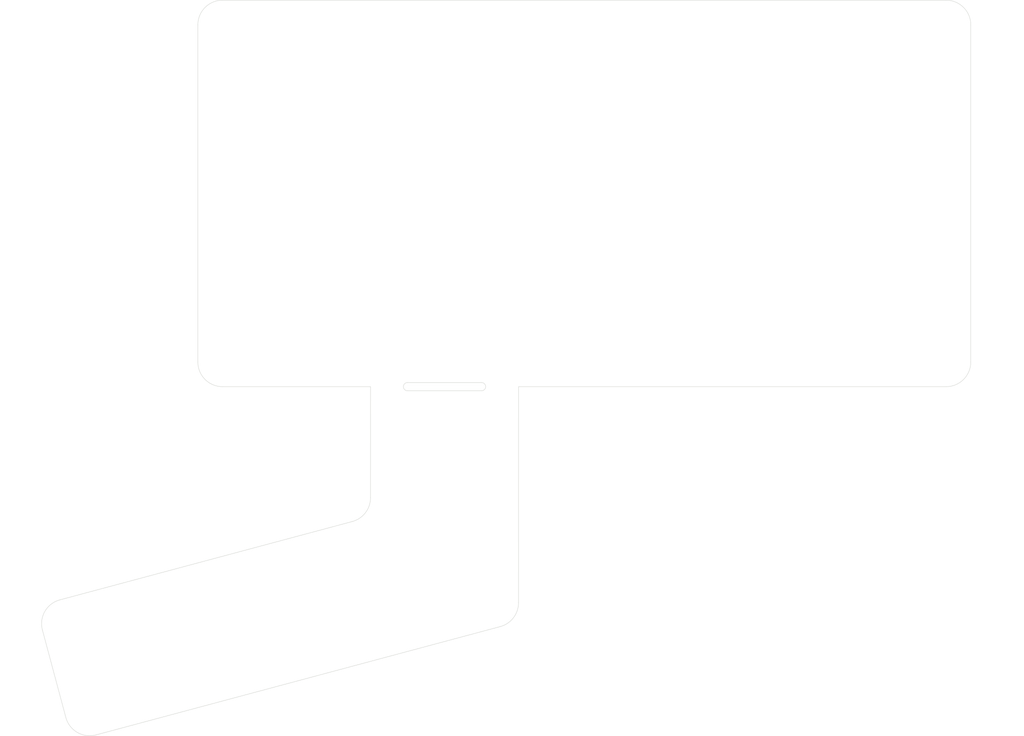
<source format=kicad_pcb>
(kicad_pcb (version 20171130) (host pcbnew 5.1.8)

  (general
    (thickness 1.6)
    (drawings 22)
    (tracks 0)
    (zones 0)
    (modules 8)
    (nets 1)
  )

  (page A4)
  (layers
    (0 F.Cu signal)
    (31 B.Cu signal)
    (32 B.Adhes user hide)
    (33 F.Adhes user hide)
    (34 B.Paste user hide)
    (35 F.Paste user hide)
    (36 B.SilkS user)
    (37 F.SilkS user)
    (38 B.Mask user hide)
    (39 F.Mask user hide)
    (40 Dwgs.User user)
    (41 Cmts.User user)
    (42 Eco1.User user)
    (43 Eco2.User user)
    (44 Edge.Cuts user)
    (45 Margin user hide)
    (46 B.CrtYd user)
    (47 F.CrtYd user)
    (48 B.Fab user hide)
    (49 F.Fab user)
  )

  (setup
    (last_trace_width 0.25)
    (user_trace_width 0.254)
    (user_trace_width 0.508)
    (trace_clearance 0.2)
    (zone_clearance 0.508)
    (zone_45_only yes)
    (trace_min 0.2)
    (via_size 0.8)
    (via_drill 0.4)
    (via_min_size 0.4)
    (via_min_drill 0.3)
    (uvia_size 0.3)
    (uvia_drill 0.1)
    (uvias_allowed no)
    (uvia_min_size 0.2)
    (uvia_min_drill 0.1)
    (edge_width 0.05)
    (segment_width 0.2)
    (pcb_text_width 0.3)
    (pcb_text_size 1.5 1.5)
    (mod_edge_width 0.12)
    (mod_text_size 1 1)
    (mod_text_width 0.15)
    (pad_size 1.7526 1.7526)
    (pad_drill 1.0922)
    (pad_to_mask_clearance 0)
    (aux_axis_origin 0 0)
    (grid_origin 105.901736 50.599424)
    (visible_elements FFFFFF7F)
    (pcbplotparams
      (layerselection 0x010f0_ffffffff)
      (usegerberextensions false)
      (usegerberattributes true)
      (usegerberadvancedattributes true)
      (creategerberjobfile false)
      (excludeedgelayer true)
      (linewidth 0.100000)
      (plotframeref false)
      (viasonmask false)
      (mode 1)
      (useauxorigin false)
      (hpglpennumber 1)
      (hpglpenspeed 20)
      (hpglpendiameter 15.000000)
      (psnegative false)
      (psa4output false)
      (plotreference false)
      (plotvalue false)
      (plotinvisibletext false)
      (padsonsilk false)
      (subtractmaskfromsilk false)
      (outputformat 1)
      (mirror false)
      (drillshape 0)
      (scaleselection 1)
      (outputdirectory "gerber/"))
  )

  (net 0 "")

  (net_class Default "This is the default net class."
    (clearance 0.2)
    (trace_width 0.25)
    (via_dia 0.8)
    (via_drill 0.4)
    (uvia_dia 0.3)
    (uvia_drill 0.1)
  )

  (module MountingHole:MountingHole_2.2mm_M2 (layer F.Cu) (tedit 56D1B4CB) (tstamp 603319D1)
    (at 61.320527 99.739383)
    (descr "Mounting Hole 2.2mm, no annular, M2")
    (tags "mounting hole 2.2mm no annular m2")
    (attr virtual)
    (fp_text reference REF** (at 0 -3.2) (layer F.SilkS) hide
      (effects (font (size 1 1) (thickness 0.15)))
    )
    (fp_text value MountingHole_2.2mm_M2 (at 0 3.2) (layer F.Fab)
      (effects (font (size 1 1) (thickness 0.15)))
    )
    (fp_circle (center 0 0) (end 2.2 0) (layer Cmts.User) (width 0.15))
    (fp_circle (center 0 0) (end 2.45 0) (layer F.CrtYd) (width 0.05))
    (fp_text user %R (at 2 0.5) (layer F.Fab)
      (effects (font (size 1 1) (thickness 0.15)))
    )
    (pad 1 np_thru_hole circle (at 0 0) (size 2.2 2.2) (drill 2.2) (layers *.Cu *.Mask))
  )

  (module MountingHole:MountingHole_2.2mm_M2 (layer F.Cu) (tedit 56D1B4CB) (tstamp 6032E9F4)
    (at 105.901738 68.599424)
    (descr "Mounting Hole 2.2mm, no annular, M2")
    (tags "mounting hole 2.2mm no annular m2")
    (attr virtual)
    (fp_text reference REF** (at 0 -3.2) (layer F.SilkS) hide
      (effects (font (size 1 1) (thickness 0.15)))
    )
    (fp_text value MountingHole_2.2mm_M2 (at 0 3.2) (layer F.Fab)
      (effects (font (size 1 1) (thickness 0.15)))
    )
    (fp_circle (center 0 0) (end 2.2 0) (layer Cmts.User) (width 0.15))
    (fp_circle (center 0 0) (end 2.45 0) (layer F.CrtYd) (width 0.05))
    (fp_text user %R (at 2 0.5) (layer F.Fab)
      (effects (font (size 1 1) (thickness 0.15)))
    )
    (pad 1 np_thru_hole circle (at 0 0) (size 2.2 2.2) (drill 2.2) (layers *.Cu *.Mask))
  )

  (module MountingHole:MountingHole_2.2mm_M2 (layer F.Cu) (tedit 56D1B4CB) (tstamp 6032E9F4)
    (at 105.909097 87.788291)
    (descr "Mounting Hole 2.2mm, no annular, M2")
    (tags "mounting hole 2.2mm no annular m2")
    (attr virtual)
    (fp_text reference REF** (at 0 -3.2) (layer F.SilkS) hide
      (effects (font (size 1 1) (thickness 0.15)))
    )
    (fp_text value MountingHole_2.2mm_M2 (at 0 3.2) (layer F.Fab)
      (effects (font (size 1 1) (thickness 0.15)))
    )
    (fp_circle (center 0 0) (end 2.2 0) (layer Cmts.User) (width 0.15))
    (fp_circle (center 0 0) (end 2.45 0) (layer F.CrtYd) (width 0.05))
    (fp_text user %R (at 2 0.5) (layer F.Fab)
      (effects (font (size 1 1) (thickness 0.15)))
    )
    (pad 1 np_thru_hole circle (at 0 0) (size 2.2 2.2) (drill 2.2) (layers *.Cu *.Mask))
  )

  (module MountingHole:MountingHole_2.2mm_M2 (layer F.Cu) (tedit 56D1B4CB) (tstamp 6032E9F4)
    (at 83.536821 93.786545)
    (descr "Mounting Hole 2.2mm, no annular, M2")
    (tags "mounting hole 2.2mm no annular m2")
    (attr virtual)
    (fp_text reference REF** (at 0 -3.2) (layer F.SilkS) hide
      (effects (font (size 1 1) (thickness 0.15)))
    )
    (fp_text value MountingHole_2.2mm_M2 (at 0 3.2) (layer F.Fab)
      (effects (font (size 1 1) (thickness 0.15)))
    )
    (fp_circle (center 0 0) (end 2.2 0) (layer Cmts.User) (width 0.15))
    (fp_circle (center 0 0) (end 2.45 0) (layer F.CrtYd) (width 0.05))
    (fp_text user %R (at 2 0.5) (layer F.Fab)
      (effects (font (size 1 1) (thickness 0.15)))
    )
    (pad 1 np_thru_hole circle (at 0 0) (size 2.2 2.2) (drill 2.2) (layers *.Cu *.Mask))
  )

  (module MountingHole:MountingHole_2.2mm_M2 (layer F.Cu) (tedit 56D1B4CB) (tstamp 60327EE8)
    (at 78.901739 62.599424)
    (descr "Mounting Hole 2.2mm, no annular, M2")
    (tags "mounting hole 2.2mm no annular m2")
    (attr virtual)
    (fp_text reference REF** (at 0 -3.2) (layer F.SilkS) hide
      (effects (font (size 1 1) (thickness 0.15)))
    )
    (fp_text value MountingHole_2.2mm_M2 (at 0 3.2) (layer F.Fab)
      (effects (font (size 1 1) (thickness 0.15)))
    )
    (fp_circle (center 0 0) (end 2.45 0) (layer F.CrtYd) (width 0.05))
    (fp_circle (center 0 0) (end 2.2 0) (layer Cmts.User) (width 0.15))
    (fp_text user %R (at 0.3 0) (layer F.Fab)
      (effects (font (size 1 1) (thickness 0.15)))
    )
    (pad 1 np_thru_hole circle (at 0 0) (size 2.2 2.2) (drill 2.2) (layers *.Cu *.Mask))
  )

  (module MountingHole:MountingHole_2.2mm_M2 (layer F.Cu) (tedit 56D1B4CB) (tstamp 601B9C80)
    (at 78.901736 21.599424)
    (descr "Mounting Hole 2.2mm, no annular, M2")
    (tags "mounting hole 2.2mm no annular m2")
    (attr virtual)
    (fp_text reference REF** (at 0 -3.2) (layer F.SilkS) hide
      (effects (font (size 1 1) (thickness 0.15)))
    )
    (fp_text value MountingHole_2.2mm_M2 (at 0 3.2) (layer F.Fab)
      (effects (font (size 1 1) (thickness 0.15)))
    )
    (fp_circle (center 0 0) (end 2.2 0) (layer Cmts.User) (width 0.15))
    (fp_circle (center 0 0) (end 2.45 0) (layer F.CrtYd) (width 0.05))
    (fp_text user %R (at 0.3 0) (layer F.Fab)
      (effects (font (size 1 1) (thickness 0.15)))
    )
    (pad 1 np_thru_hole circle (at 0 0) (size 2.2 2.2) (drill 2.2) (layers *.Cu *.Mask))
  )

  (module MountingHole:MountingHole_2.2mm_M2 (layer F.Cu) (tedit 56D1B4CB) (tstamp 601B9C4C)
    (at 166.901739 62.599426)
    (descr "Mounting Hole 2.2mm, no annular, M2")
    (tags "mounting hole 2.2mm no annular m2")
    (attr virtual)
    (fp_text reference REF** (at 0 -3.2) (layer F.SilkS) hide
      (effects (font (size 1 1) (thickness 0.15)))
    )
    (fp_text value MountingHole_2.2mm_M2 (at 0 3.2) (layer F.Fab)
      (effects (font (size 1 1) (thickness 0.15)))
    )
    (fp_circle (center 0 0) (end 2.2 0) (layer Cmts.User) (width 0.15))
    (fp_circle (center 0 0) (end 2.45 0) (layer F.CrtYd) (width 0.05))
    (fp_text user %R (at 0.3 0) (layer F.Fab)
      (effects (font (size 1 1) (thickness 0.15)))
    )
    (pad 1 np_thru_hole circle (at 0 0) (size 2.2 2.2) (drill 2.2) (layers *.Cu *.Mask))
  )

  (module MountingHole:MountingHole_2.2mm_M2 (layer F.Cu) (tedit 56D1B4CB) (tstamp 601B9BBC)
    (at 166.901737 21.599424)
    (descr "Mounting Hole 2.2mm, no annular, M2")
    (tags "mounting hole 2.2mm no annular m2")
    (attr virtual)
    (fp_text reference REF** (at 0 -3.2) (layer F.SilkS) hide
      (effects (font (size 1 1) (thickness 0.15)))
    )
    (fp_text value MountingHole_2.2mm_M2 (at 0 3.2) (layer F.Fab)
      (effects (font (size 1 1) (thickness 0.15)))
    )
    (fp_circle (center 0 0) (end 2.2 0) (layer Cmts.User) (width 0.15))
    (fp_circle (center 0 0) (end 2.45 0) (layer F.CrtYd) (width 0.05))
    (fp_text user %R (at 0.3 0) (layer F.Fab)
      (effects (font (size 1 1) (thickness 0.15)))
    )
    (pad 1 np_thru_hole circle (at 0 0) (size 2.2 2.2) (drill 2.2) (layers *.Cu *.Mask))
  )

  (gr_arc (start 101.401736 65.599424) (end 101.401736 65.099424) (angle -180) (layer Edge.Cuts) (width 0.05) (tstamp 60332B54))
  (gr_line (start 101.401736 65.099424) (end 110.401736 65.099424) (layer Edge.Cuts) (width 0.05))
  (gr_line (start 110.401736 66.099424) (end 101.401736 66.099424) (layer Edge.Cuts) (width 0.05))
  (gr_arc (start 110.401736 65.599424) (end 110.401736 66.099424) (angle -180) (layer Edge.Cuts) (width 0.05))
  (gr_arc (start 62.744034 105.051977) (end 59.846257 105.828433) (angle -90) (layer Edge.Cuts) (width 0.05) (tstamp 6032FCCA))
  (gr_line (start 59.846257 105.828433) (end 56.999245 95.203248) (layer Edge.Cuts) (width 0.05))
  (gr_arc (start 59.89702 94.426793) (end 59.120565 91.529017) (angle -90) (layer Edge.Cuts) (width 0.05) (tstamp 6032FCE2))
  (gr_line (start 59.120565 91.529017) (end 94.676294 82.001883) (layer Edge.Cuts) (width 0.05))
  (gr_arc (start 93.899837 79.104108) (end 94.676294 82.001883) (angle -74.99999089) (layer Edge.Cuts) (width 0.05) (tstamp 603300C2))
  (gr_arc (start 111.899998 91.880674) (end 112.676452 94.77845) (angle -74.99999089) (layer Edge.Cuts) (width 0.05) (tstamp 6032FCE2))
  (gr_line (start 96.901738 65.599424) (end 78.901737 65.599424) (layer Edge.Cuts) (width 0.05) (tstamp 60329CAE))
  (gr_line (start 96.899835 79.104109) (end 96.901738 65.599424) (layer Edge.Cuts) (width 0.05))
  (gr_arc (start 78.901739 62.599424) (end 75.901739 62.599426) (angle -90) (layer Edge.Cuts) (width 0.05) (tstamp 60329CA2))
  (gr_line (start 112.676452 94.77845) (end 63.52049 107.949754) (layer Edge.Cuts) (width 0.05))
  (gr_line (start 114.901737 65.599424) (end 114.899995 91.880676) (layer Edge.Cuts) (width 0.05))
  (gr_line (start 166.901737 65.599424) (end 114.901737 65.599424) (layer Edge.Cuts) (width 0.05))
  (gr_arc (start 166.901737 21.599424) (end 169.901739 21.599423) (angle -90) (layer Edge.Cuts) (width 0.05))
  (gr_line (start 78.901738 18.599424) (end 166.901737 18.599423) (layer Edge.Cuts) (width 0.05))
  (gr_arc (start 78.901736 21.599424) (end 78.901738 18.599424) (angle -90) (layer Edge.Cuts) (width 0.05))
  (gr_arc (start 166.901739 62.599426) (end 166.901737 65.599424) (angle -90) (layer Edge.Cuts) (width 0.05))
  (gr_line (start 75.901739 62.599426) (end 75.901738 21.599424) (layer Edge.Cuts) (width 0.05) (tstamp 5FD8FF25))
  (gr_line (start 169.901739 21.599423) (end 169.901739 62.599424) (layer Edge.Cuts) (width 0.05))

)

</source>
